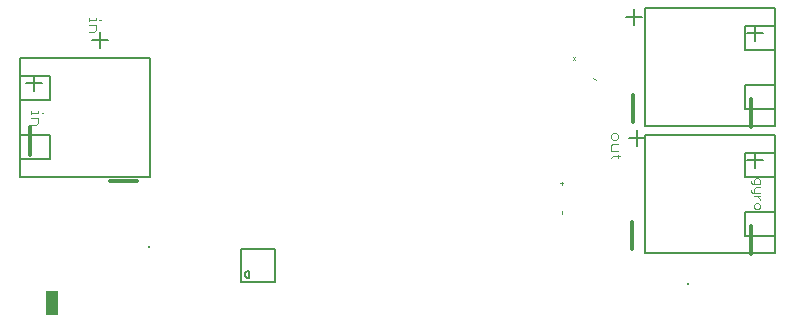
<source format=gto>
G75*
G70*
%OFA0B0*%
%FSLAX24Y24*%
%IPPOS*%
%LPD*%
%AMOC8*
5,1,8,0,0,1.08239X$1,22.5*
%
%ADD10C,0.0120*%
%ADD11C,0.0070*%
%ADD12C,0.0040*%
%ADD13C,0.0030*%
%ADD14C,0.0080*%
%ADD15C,0.0050*%
%ADD16R,0.0394X0.0787*%
%ADD17R,0.0079X0.0079*%
%ADD18C,0.0010*%
D10*
X006221Y009444D02*
X007142Y009444D01*
X003573Y010307D02*
X003573Y011227D01*
X023652Y011389D02*
X023652Y012310D01*
X027601Y012164D02*
X027601Y011244D01*
X023615Y008080D02*
X023615Y007159D01*
X027601Y007011D02*
X027601Y007932D01*
D11*
X027717Y009877D02*
X027717Y010404D01*
X027454Y010141D02*
X027981Y010141D01*
X024044Y010879D02*
X023517Y010879D01*
X023780Y011142D02*
X023780Y010615D01*
X027717Y014109D02*
X027717Y014636D01*
X027454Y014373D02*
X027981Y014373D01*
X023945Y014914D02*
X023418Y014914D01*
X023682Y014651D02*
X023682Y015178D01*
X006152Y014141D02*
X005625Y014141D01*
X005889Y014405D02*
X005889Y013877D01*
X003965Y012700D02*
X003438Y012700D01*
X003702Y012963D02*
X003702Y012436D01*
D12*
X003592Y011771D02*
X003592Y011653D01*
X003592Y011712D02*
X003828Y011712D01*
X003828Y011771D01*
X003946Y011712D02*
X004005Y011712D01*
X003828Y011529D02*
X003592Y011529D01*
X003828Y011529D02*
X003828Y011352D01*
X003769Y011293D01*
X003592Y011293D01*
X005511Y014394D02*
X005688Y014394D01*
X005747Y014453D01*
X005747Y014630D01*
X005511Y014630D01*
X005511Y014753D02*
X005511Y014871D01*
X005511Y014812D02*
X005747Y014812D01*
X005747Y014871D01*
X005865Y014812D02*
X005924Y014812D01*
X022928Y010983D02*
X022987Y011042D01*
X023105Y011042D01*
X023164Y010983D01*
X023164Y010865D01*
X023105Y010806D01*
X022987Y010806D01*
X022928Y010865D01*
X022928Y010983D01*
X022987Y010679D02*
X022928Y010620D01*
X022928Y010443D01*
X023164Y010443D01*
X023164Y010317D02*
X023164Y010199D01*
X023223Y010258D02*
X022987Y010258D01*
X022928Y010199D01*
X022987Y010679D02*
X023164Y010679D01*
D13*
X027600Y009425D02*
X027600Y009376D01*
X027648Y009328D01*
X027890Y009328D01*
X027890Y009473D01*
X027842Y009521D01*
X027745Y009521D01*
X027697Y009473D01*
X027697Y009328D01*
X027745Y009227D02*
X027697Y009178D01*
X027697Y009033D01*
X027648Y009033D02*
X027600Y009082D01*
X027600Y009130D01*
X027648Y009033D02*
X027890Y009033D01*
X027890Y008932D02*
X027697Y008932D01*
X027793Y008932D02*
X027890Y008835D01*
X027890Y008787D01*
X027842Y008686D02*
X027745Y008686D01*
X027697Y008638D01*
X027697Y008541D01*
X027745Y008493D01*
X027842Y008493D01*
X027890Y008541D01*
X027890Y008638D01*
X027842Y008686D01*
X027890Y009227D02*
X027745Y009227D01*
D14*
X011710Y007183D02*
X011710Y006081D01*
X010607Y006081D01*
X010607Y007183D01*
X011710Y007183D01*
X010844Y006435D02*
X010844Y006199D01*
X010824Y006201D01*
X010804Y006206D01*
X010785Y006215D01*
X010768Y006227D01*
X010754Y006241D01*
X010742Y006258D01*
X010733Y006277D01*
X010728Y006297D01*
X010726Y006317D01*
X010728Y006337D01*
X010733Y006357D01*
X010742Y006376D01*
X010754Y006393D01*
X010768Y006407D01*
X010785Y006419D01*
X010804Y006428D01*
X010824Y006433D01*
X010844Y006435D01*
D15*
X007546Y009585D02*
X003216Y009585D01*
X003216Y010175D01*
X004239Y010175D01*
X004239Y010963D01*
X003216Y010963D01*
X003216Y012144D01*
X004239Y012144D01*
X004239Y012931D01*
X003216Y012931D01*
X003216Y013522D01*
X007546Y013522D01*
X007546Y009585D01*
X003216Y010175D02*
X003216Y010963D01*
X003216Y012144D02*
X003216Y012931D01*
X024072Y011258D02*
X028403Y011258D01*
X028403Y011849D01*
X027379Y011849D01*
X027379Y012636D01*
X028403Y012636D01*
X028403Y011849D01*
X028403Y012636D02*
X028403Y013817D01*
X027379Y013817D01*
X027379Y014604D01*
X028403Y014604D01*
X028403Y013817D01*
X028403Y014604D02*
X028403Y015195D01*
X024072Y015195D01*
X024072Y011258D01*
X024072Y010963D02*
X028403Y010963D01*
X028403Y010372D01*
X027379Y010372D01*
X027379Y009585D01*
X028403Y009585D01*
X028403Y008404D01*
X027379Y008404D01*
X027379Y007616D01*
X028403Y007616D01*
X028403Y007026D01*
X024072Y007026D01*
X024072Y010963D01*
X028403Y010372D02*
X028403Y009585D01*
X028403Y008404D02*
X028403Y007616D01*
D16*
X004279Y005352D03*
D17*
X007527Y007223D03*
X025489Y005992D03*
D18*
X021288Y008330D02*
X021288Y008430D01*
X021288Y009314D02*
X021288Y009415D01*
X021238Y009364D02*
X021338Y009364D01*
X022414Y012789D02*
X022343Y012860D01*
X021718Y013485D02*
X021647Y013556D01*
X021718Y013556D02*
X021647Y013485D01*
M02*

</source>
